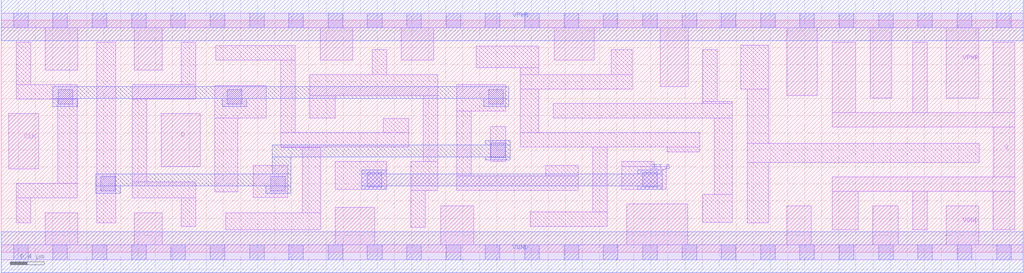
<source format=lef>
# Copyright 2020 The SkyWater PDK Authors
#
# Licensed under the Apache License, Version 2.0 (the "License");
# you may not use this file except in compliance with the License.
# You may obtain a copy of the License at
#
#     https://www.apache.org/licenses/LICENSE-2.0
#
# Unless required by applicable law or agreed to in writing, software
# distributed under the License is distributed on an "AS IS" BASIS,
# WITHOUT WARRANTIES OR CONDITIONS OF ANY KIND, either express or implied.
# See the License for the specific language governing permissions and
# limitations under the License.
#
# SPDX-License-Identifier: Apache-2.0

VERSION 5.7 ;
BUSBITCHARS "[]" ;
DIVIDERCHAR "/" ;
PROPERTYDEFINITIONS
  MACRO maskLayoutSubType STRING ;
  MACRO prCellType STRING ;
  MACRO originalViewName STRING ;
END PROPERTYDEFINITIONS
MACRO sky130_fd_sc_hdll__dfstp_4
  ORIGIN  0.000000  0.000000 ;
  CLASS CORE ;
  SYMMETRY X Y R90 ;
  SIZE  11.96000 BY  2.720000 ;
  SITE unithd ;
  PIN CLK
    ANTENNAGATEAREA  0.178200 ;
    DIRECTION INPUT ;
    USE SIGNAL ;
    PORT
      LAYER li1 ;
        RECT 0.090000 0.975000 0.440000 1.625000 ;
    END
  END CLK
  PIN D
    ANTENNAGATEAREA  0.247200 ;
    DIRECTION INPUT ;
    USE SIGNAL ;
    PORT
      LAYER li1 ;
        RECT 1.870000 1.005000 2.330000 1.625000 ;
    END
  END D
  PIN Q
    ANTENNADIFFAREA  1.435000 ;
    DIRECTION OUTPUT ;
    USE SIGNAL ;
    PORT
      LAYER li1 ;
        RECT  9.725000 0.265000 10.025000 0.715000 ;
        RECT  9.725000 0.715000 11.860000 0.885000 ;
        RECT  9.725000 1.470000 11.860000 1.640000 ;
        RECT  9.725000 1.640000  9.995000 2.465000 ;
        RECT 10.665000 0.265000 10.835000 0.715000 ;
        RECT 10.665000 1.640000 10.835000 2.465000 ;
        RECT 11.605000 0.265000 11.860000 0.715000 ;
        RECT 11.605000 1.640000 11.860000 2.465000 ;
        RECT 11.610000 0.885000 11.860000 1.470000 ;
    END
  END Q
  PIN SET_B
    DIRECTION INPUT ;
    USE SIGNAL ;
    PORT
      LAYER met1 ;
        RECT 4.220000 0.735000 4.510000 0.780000 ;
        RECT 4.220000 0.780000 7.735000 0.920000 ;
        RECT 4.220000 0.920000 4.510000 0.965000 ;
        RECT 7.445000 0.735000 7.735000 0.780000 ;
        RECT 7.445000 0.920000 7.735000 0.965000 ;
    END
  END SET_B
  PIN VGND
    DIRECTION INOUT ;
    USE GROUND ;
    PORT
      LAYER li1 ;
        RECT  0.000000 -0.085000 11.960000 0.085000 ;
        RECT  0.515000  0.085000  0.895000 0.465000 ;
        RECT  1.555000  0.085000  1.885000 0.465000 ;
        RECT  3.910000  0.085000  4.370000 0.525000 ;
        RECT  5.140000  0.085000  5.530000 0.545000 ;
        RECT  7.320000  0.085000  8.030000 0.565000 ;
        RECT  9.190000  0.085000  9.475000 0.545000 ;
        RECT 10.195000  0.085000 10.495000 0.545000 ;
        RECT 11.055000  0.085000 11.435000 0.545000 ;
      LAYER met1 ;
        RECT 0.000000 -0.240000 11.960000 0.240000 ;
    END
  END VGND
  PIN VPWR
    DIRECTION INOUT ;
    USE POWER ;
    PORT
      LAYER li1 ;
        RECT  0.000000 2.635000 11.960000 2.805000 ;
        RECT  0.515000 2.135000  0.895000 2.635000 ;
        RECT  1.555000 2.135000  1.885000 2.635000 ;
        RECT  3.730000 2.255000  4.110000 2.635000 ;
        RECT  4.680000 2.255000  5.060000 2.635000 ;
        RECT  6.470000 2.255000  6.940000 2.635000 ;
        RECT  7.710000 1.945000  8.040000 2.635000 ;
        RECT  9.190000 1.835000  9.545000 2.635000 ;
        RECT 10.165000 1.810000 10.420000 2.635000 ;
        RECT 11.055000 1.810000 11.435000 2.635000 ;
      LAYER met1 ;
        RECT 0.000000 2.480000 11.960000 2.960000 ;
    END
  END VPWR
  OBS
    LAYER li1 ;
      RECT 0.175000 0.345000  0.345000 0.635000 ;
      RECT 0.175000 0.635000  0.890000 0.805000 ;
      RECT 0.175000 1.795000  0.890000 1.965000 ;
      RECT 0.175000 1.965000  0.345000 2.465000 ;
      RECT 0.660000 0.805000  0.890000 1.795000 ;
      RECT 1.115000 0.345000  1.340000 2.465000 ;
      RECT 1.530000 0.635000  2.275000 0.825000 ;
      RECT 1.530000 0.825000  1.700000 1.795000 ;
      RECT 1.530000 1.795000  2.275000 1.965000 ;
      RECT 2.105000 0.305000  2.275000 0.635000 ;
      RECT 2.105000 1.965000  2.275000 2.465000 ;
      RECT 2.500000 0.705000  2.770000 1.575000 ;
      RECT 2.500000 1.575000  3.100000 1.955000 ;
      RECT 2.510000 2.250000  3.440000 2.420000 ;
      RECT 2.625000 0.265000  3.740000 0.465000 ;
      RECT 2.950000 0.645000  3.350000 1.015000 ;
      RECT 3.270000 1.230000  3.740000 1.235000 ;
      RECT 3.270000 1.235000  4.770000 1.405000 ;
      RECT 3.270000 1.405000  3.440000 2.250000 ;
      RECT 3.520000 0.465000  3.740000 1.230000 ;
      RECT 3.610000 1.575000  3.910000 1.835000 ;
      RECT 3.610000 1.835000  5.110000 2.085000 ;
      RECT 3.910000 0.735000  4.510000 1.065000 ;
      RECT 4.340000 2.085000  4.510000 2.375000 ;
      RECT 4.470000 1.405000  4.770000 1.565000 ;
      RECT 4.790000 0.295000  4.960000 0.725000 ;
      RECT 4.790000 0.725000  5.110000 1.065000 ;
      RECT 4.940000 1.065000  5.110000 1.835000 ;
      RECT 5.330000 0.725000  6.750000 0.895000 ;
      RECT 5.330000 0.895000  5.500000 1.655000 ;
      RECT 5.330000 1.655000  5.900000 1.965000 ;
      RECT 5.560000 2.165000  6.290000 2.415000 ;
      RECT 5.720000 1.065000  5.900000 1.475000 ;
      RECT 6.070000 1.235000  8.170000 1.405000 ;
      RECT 6.070000 1.405000  6.290000 1.915000 ;
      RECT 6.070000 1.915000  7.380000 2.085000 ;
      RECT 6.070000 2.085000  6.290000 2.165000 ;
      RECT 6.190000 0.305000  7.090000 0.475000 ;
      RECT 6.370000 0.895000  6.750000 1.015000 ;
      RECT 6.460000 1.575000  8.550000 1.745000 ;
      RECT 6.920000 0.475000  7.090000 1.235000 ;
      RECT 7.140000 2.085000  7.380000 2.375000 ;
      RECT 7.260000 0.735000  7.780000 1.005000 ;
      RECT 7.260000 1.005000  7.640000 1.065000 ;
      RECT 7.790000 1.175000  8.170000 1.235000 ;
      RECT 8.210000 0.350000  8.550000 0.680000 ;
      RECT 8.210000 1.745000  8.550000 1.765000 ;
      RECT 8.210000 1.765000  8.380000 2.375000 ;
      RECT 8.340000 0.680000  8.550000 1.575000 ;
      RECT 8.650000 1.915000  8.980000 2.425000 ;
      RECT 8.730000 0.345000  8.980000 1.055000 ;
      RECT 8.730000 1.055000 11.440000 1.275000 ;
      RECT 8.730000 1.275000  8.980000 1.915000 ;
    LAYER mcon ;
      RECT  0.145000 -0.085000  0.315000 0.085000 ;
      RECT  0.145000  2.635000  0.315000 2.805000 ;
      RECT  0.605000 -0.085000  0.775000 0.085000 ;
      RECT  0.605000  2.635000  0.775000 2.805000 ;
      RECT  0.665000  1.740000  0.835000 1.910000 ;
      RECT  1.065000 -0.085000  1.235000 0.085000 ;
      RECT  1.065000  2.635000  1.235000 2.805000 ;
      RECT  1.165000  0.720000  1.335000 0.890000 ;
      RECT  1.525000 -0.085000  1.695000 0.085000 ;
      RECT  1.525000  2.635000  1.695000 2.805000 ;
      RECT  1.985000 -0.085000  2.155000 0.085000 ;
      RECT  1.985000  2.635000  2.155000 2.805000 ;
      RECT  2.445000 -0.085000  2.615000 0.085000 ;
      RECT  2.445000  2.635000  2.615000 2.805000 ;
      RECT  2.645000  1.740000  2.815000 1.910000 ;
      RECT  2.905000 -0.085000  3.075000 0.085000 ;
      RECT  2.905000  2.635000  3.075000 2.805000 ;
      RECT  3.155000  0.720000  3.325000 0.890000 ;
      RECT  3.365000 -0.085000  3.535000 0.085000 ;
      RECT  3.365000  2.635000  3.535000 2.805000 ;
      RECT  3.825000 -0.085000  3.995000 0.085000 ;
      RECT  3.825000  2.635000  3.995000 2.805000 ;
      RECT  4.280000  0.765000  4.450000 0.935000 ;
      RECT  4.285000 -0.085000  4.455000 0.085000 ;
      RECT  4.285000  2.635000  4.455000 2.805000 ;
      RECT  4.745000 -0.085000  4.915000 0.085000 ;
      RECT  4.745000  2.635000  4.915000 2.805000 ;
      RECT  5.205000 -0.085000  5.375000 0.085000 ;
      RECT  5.205000  2.635000  5.375000 2.805000 ;
      RECT  5.665000 -0.085000  5.835000 0.085000 ;
      RECT  5.665000  2.635000  5.835000 2.805000 ;
      RECT  5.705000  1.740000  5.875000 1.910000 ;
      RECT  5.725000  1.110000  5.895000 1.280000 ;
      RECT  6.125000 -0.085000  6.295000 0.085000 ;
      RECT  6.125000  2.635000  6.295000 2.805000 ;
      RECT  6.585000 -0.085000  6.755000 0.085000 ;
      RECT  6.585000  2.635000  6.755000 2.805000 ;
      RECT  7.045000 -0.085000  7.215000 0.085000 ;
      RECT  7.045000  2.635000  7.215000 2.805000 ;
      RECT  7.505000 -0.085000  7.675000 0.085000 ;
      RECT  7.505000  0.765000  7.675000 0.935000 ;
      RECT  7.505000  2.635000  7.675000 2.805000 ;
      RECT  7.965000 -0.085000  8.135000 0.085000 ;
      RECT  7.965000  2.635000  8.135000 2.805000 ;
      RECT  8.425000 -0.085000  8.595000 0.085000 ;
      RECT  8.425000  2.635000  8.595000 2.805000 ;
      RECT  8.885000 -0.085000  9.055000 0.085000 ;
      RECT  8.885000  2.635000  9.055000 2.805000 ;
      RECT  9.345000 -0.085000  9.515000 0.085000 ;
      RECT  9.345000  2.635000  9.515000 2.805000 ;
      RECT  9.805000 -0.085000  9.975000 0.085000 ;
      RECT  9.805000  2.635000  9.975000 2.805000 ;
      RECT 10.265000 -0.085000 10.435000 0.085000 ;
      RECT 10.265000  2.635000 10.435000 2.805000 ;
      RECT 10.725000 -0.085000 10.895000 0.085000 ;
      RECT 10.725000  2.635000 10.895000 2.805000 ;
      RECT 11.185000 -0.085000 11.355000 0.085000 ;
      RECT 11.185000  2.635000 11.355000 2.805000 ;
      RECT 11.645000 -0.085000 11.815000 0.085000 ;
      RECT 11.645000  2.635000 11.815000 2.805000 ;
    LAYER met1 ;
      RECT 0.605000 1.710000 0.895000 1.800000 ;
      RECT 0.605000 1.800000 5.935000 1.940000 ;
      RECT 1.105000 0.690000 1.395000 0.780000 ;
      RECT 1.105000 0.780000 3.385000 0.920000 ;
      RECT 2.585000 1.710000 2.875000 1.800000 ;
      RECT 3.095000 0.690000 3.385000 0.780000 ;
      RECT 3.170000 0.920000 3.385000 1.120000 ;
      RECT 3.170000 1.120000 5.955000 1.260000 ;
      RECT 5.645000 1.710000 5.935000 1.800000 ;
      RECT 5.665000 1.080000 5.955000 1.120000 ;
      RECT 5.665000 1.260000 5.955000 1.310000 ;
  END
  PROPERTY maskLayoutSubType "abstract" ;
  PROPERTY prCellType "standard" ;
  PROPERTY originalViewName "layout" ;
END sky130_fd_sc_hdll__dfstp_4
END LIBRARY

</source>
